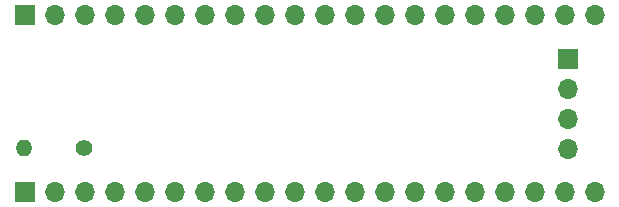
<source format=gbr>
%TF.GenerationSoftware,KiCad,Pcbnew,7.0.6-7.0.6~ubuntu22.04.1*%
%TF.CreationDate,2023-08-13T15:42:17+02:00*%
%TF.ProjectId,adaptor,61646170-746f-4722-9e6b-696361645f70,rev?*%
%TF.SameCoordinates,Original*%
%TF.FileFunction,Soldermask,Top*%
%TF.FilePolarity,Negative*%
%FSLAX46Y46*%
G04 Gerber Fmt 4.6, Leading zero omitted, Abs format (unit mm)*
G04 Created by KiCad (PCBNEW 7.0.6-7.0.6~ubuntu22.04.1) date 2023-08-13 15:42:17*
%MOMM*%
%LPD*%
G01*
G04 APERTURE LIST*
%ADD10R,1.700000X1.700000*%
%ADD11O,1.700000X1.700000*%
%ADD12C,1.400000*%
%ADD13O,1.400000X1.400000*%
G04 APERTURE END LIST*
D10*
%TO.C,J2*%
X121740000Y-64000000D03*
D11*
X124280000Y-64000000D03*
X126820000Y-64000000D03*
X129360000Y-64000000D03*
X131900000Y-64000000D03*
X134440000Y-64000000D03*
X136980000Y-64000000D03*
X139520000Y-64000000D03*
X142060000Y-64000000D03*
X144600000Y-64000000D03*
X147140000Y-64000000D03*
X149680000Y-64000000D03*
X152220000Y-64000000D03*
X154760000Y-64000000D03*
X157300000Y-64000000D03*
X159840000Y-64000000D03*
X162380000Y-64000000D03*
X164920000Y-64000000D03*
X167460000Y-64000000D03*
X170000000Y-64000000D03*
%TD*%
D12*
%TO.C,R1*%
X126750000Y-75290000D03*
D13*
X121670000Y-75290000D03*
%TD*%
D10*
%TO.C,J1*%
X121740000Y-79000000D03*
D11*
X124280000Y-79000000D03*
X126820000Y-79000000D03*
X129360000Y-79000000D03*
X131900000Y-79000000D03*
X134440000Y-79000000D03*
X136980000Y-79000000D03*
X139520000Y-79000000D03*
X142060000Y-79000000D03*
X144600000Y-79000000D03*
X147140000Y-79000000D03*
X149680000Y-79000000D03*
X152220000Y-79000000D03*
X154760000Y-79000000D03*
X157300000Y-79000000D03*
X159840000Y-79000000D03*
X162380000Y-79000000D03*
X164920000Y-79000000D03*
X167460000Y-79000000D03*
X170000000Y-79000000D03*
%TD*%
D10*
%TO.C,J3*%
X167750000Y-67710000D03*
D11*
X167750000Y-70250000D03*
X167750000Y-72790000D03*
X167750000Y-75330000D03*
%TD*%
M02*

</source>
